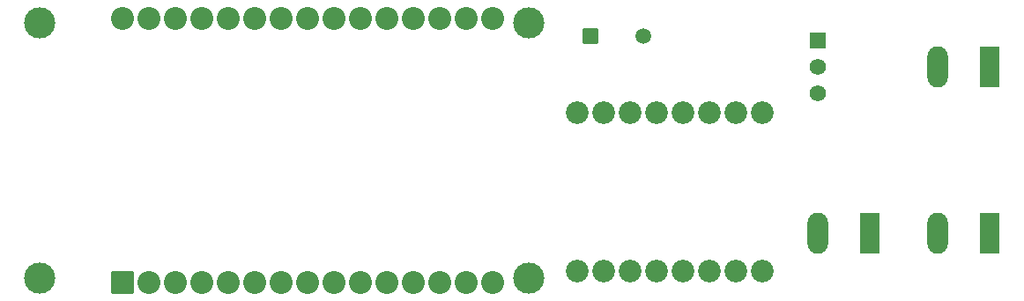
<source format=gbr>
%TF.GenerationSoftware,KiCad,Pcbnew,8.0.4*%
%TF.CreationDate,2025-01-30T16:24:52-05:00*%
%TF.ProjectId,plusle,706c7573-6c65-42e6-9b69-6361645f7063,rev?*%
%TF.SameCoordinates,Original*%
%TF.FileFunction,Soldermask,Top*%
%TF.FilePolarity,Negative*%
%FSLAX46Y46*%
G04 Gerber Fmt 4.6, Leading zero omitted, Abs format (unit mm)*
G04 Created by KiCad (PCBNEW 8.0.4) date 2025-01-30 16:24:52*
%MOMM*%
%LPD*%
G01*
G04 APERTURE LIST*
G04 Aperture macros list*
%AMRoundRect*
0 Rectangle with rounded corners*
0 $1 Rounding radius*
0 $2 $3 $4 $5 $6 $7 $8 $9 X,Y pos of 4 corners*
0 Add a 4 corners polygon primitive as box body*
4,1,4,$2,$3,$4,$5,$6,$7,$8,$9,$2,$3,0*
0 Add four circle primitives for the rounded corners*
1,1,$1+$1,$2,$3*
1,1,$1+$1,$4,$5*
1,1,$1+$1,$6,$7*
1,1,$1+$1,$8,$9*
0 Add four rect primitives between the rounded corners*
20,1,$1+$1,$2,$3,$4,$5,0*
20,1,$1+$1,$4,$5,$6,$7,0*
20,1,$1+$1,$6,$7,$8,$9,0*
20,1,$1+$1,$8,$9,$2,$3,0*%
G04 Aperture macros list end*
%ADD10C,2.204000*%
%ADD11RoundRect,0.102000X1.000000X-1.000000X1.000000X1.000000X-1.000000X1.000000X-1.000000X-1.000000X0*%
%ADD12C,3.000000*%
%ADD13C,2.184000*%
%ADD14C,1.562000*%
%ADD15RoundRect,0.102000X-0.679000X0.679000X-0.679000X-0.679000X0.679000X-0.679000X0.679000X0.679000X0*%
%ADD16RoundRect,0.102000X0.654000X-0.654000X0.654000X0.654000X-0.654000X0.654000X-0.654000X-0.654000X0*%
%ADD17C,1.512000*%
%ADD18O,1.980000X3.960000*%
%ADD19R,1.980000X3.960000*%
G04 APERTURE END LIST*
D10*
%TO.C,U1*%
X73485000Y-38300000D03*
X76025000Y-38300000D03*
X78565000Y-38300000D03*
X81105000Y-38300000D03*
X83645000Y-38300000D03*
X86185000Y-38300000D03*
X88725000Y-38300000D03*
X91265000Y-38300000D03*
X93805000Y-38300000D03*
X96345000Y-38300000D03*
X98885000Y-38300000D03*
X101425000Y-38300000D03*
X103965000Y-38300000D03*
X106505000Y-38300000D03*
X109045000Y-38300000D03*
X109045000Y-63700000D03*
X106505000Y-63700000D03*
X103965000Y-63700000D03*
X101425000Y-63700000D03*
X98885000Y-63700000D03*
X96345000Y-63700000D03*
X93805000Y-63700000D03*
X91265000Y-63700000D03*
X88725000Y-63700000D03*
X86185000Y-63700000D03*
X83645000Y-63700000D03*
X81105000Y-63700000D03*
X78565000Y-63700000D03*
X76025000Y-63700000D03*
D11*
X73485000Y-63700000D03*
D12*
X112475000Y-38770000D03*
X65525000Y-38770000D03*
X112475000Y-63280000D03*
X65525000Y-63280000D03*
%TD*%
D13*
%TO.C,U2*%
X117110000Y-47380000D03*
X119650000Y-47380000D03*
X122190000Y-47380000D03*
X124730000Y-47380000D03*
X127270000Y-47380000D03*
X129810000Y-47380000D03*
X132350000Y-47380000D03*
X134890000Y-47380000D03*
X134890000Y-62620000D03*
X132350000Y-62620000D03*
X129810000Y-62620000D03*
X127270000Y-62620000D03*
X124730000Y-62620000D03*
X122190000Y-62620000D03*
X119650000Y-62620000D03*
X117110000Y-62620000D03*
%TD*%
D14*
%TO.C,PS1*%
X140250000Y-45540000D03*
X140250000Y-43000000D03*
D15*
X140250000Y-40460000D03*
%TD*%
D16*
%TO.C,SW1*%
X118420000Y-40000000D03*
D17*
X123500000Y-40000000D03*
%TD*%
D18*
%TO.C,J3*%
X151765000Y-59000000D03*
D19*
X156765000Y-59000000D03*
%TD*%
D18*
%TO.C,J2*%
X140265000Y-59000000D03*
D19*
X145265000Y-59000000D03*
%TD*%
D18*
%TO.C,J1*%
X151765000Y-43000000D03*
D19*
X156765000Y-43000000D03*
%TD*%
M02*

</source>
